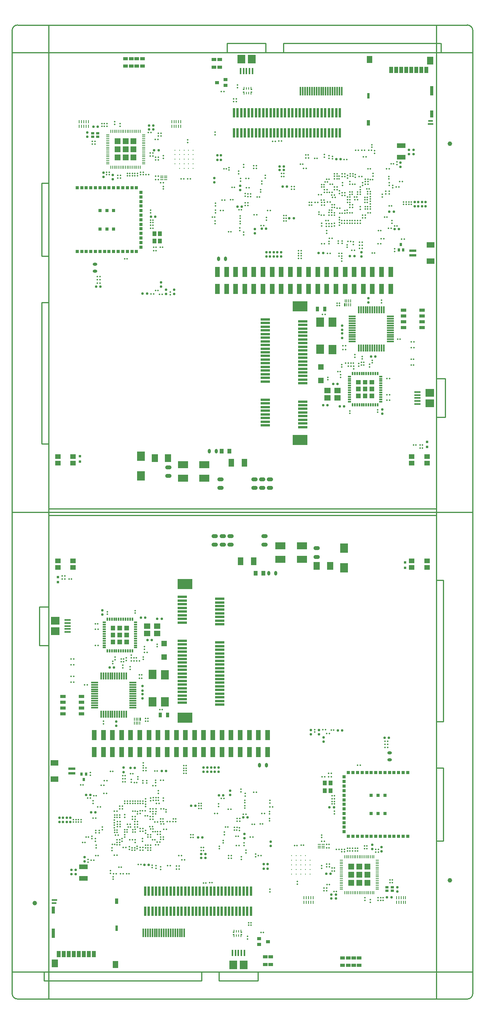
<source format=gbr>
*
%FSLAX45Y45*%
%MOMM*%
G04 A1 - i274x.macro30.d30+1 *
%AMA1gtp_lev.gbr*
4,1,6,
-0.203200,-0.304800,
-0.203200,0.304800,
0.000000,0.304800,
0.000000,-0.101600,
0.203200,-0.101600,
0.203200,-0.304800,
-0.203200,-0.304800,
0.0000*
%
G04 A2 - i274x.macro31.d31+1 *
%AMA2gtp_lev.gbr*
4,1,6,
0.203200,-0.304800,
-0.203200,-0.304800,
-0.203200,-0.101600,
0.000000,-0.101600,
0.000000,0.304800,
0.203200,0.304800,
0.203200,-0.304800,
0.0000*
%
G04 A3 - i274x.macro27.d27+1 *
%AMA3gtp_lev.gbr*
4,1,6,
0.203200,0.304800,
0.203200,-0.304800,
0.000000,-0.304800,
0.000000,0.101600,
-0.203200,0.101600,
-0.203200,0.304800,
0.203200,0.304800,
0.0000*
%
G04 A4 - i274x.macro29.d29+1 *
%AMA4gtp_lev.gbr*
4,1,6,
-0.203200,0.304800,
0.203200,0.304800,
0.203200,0.101600,
0.000000,0.101600,
0.000000,-0.304800,
-0.203200,-0.304800,
-0.203200,0.304800,
0.0000*
%
G04 A5 - i274x.macro30.d30+1 180 *
%AMA5gtp_lev.gbr*
4,1,6,
0.203200,0.304800,
0.203200,-0.304800,
0.000000,-0.304800,
0.000000,0.101600,
-0.203200,0.101600,
-0.203200,0.304800,
0.203200,0.304800,
0.0000*
%
G04 A6 - i274x.macro31.d31+1 180 *
%AMA6gtp_lev.gbr*
4,1,6,
-0.203200,0.304800,
0.203200,0.304800,
0.203200,0.101600,
0.000000,0.101600,
0.000000,-0.304800,
-0.203200,-0.304800,
-0.203200,0.304800,
0.0000*
%
G04 A7 - i274x.macro27.d27+1 180 *
%AMA7gtp_lev.gbr*
4,1,6,
-0.203200,-0.304800,
-0.203200,0.304800,
0.000000,0.304800,
0.000000,-0.101600,
0.203200,-0.101600,
0.203200,-0.304800,
-0.203200,-0.304800,
0.0000*
%
G04 A8 - i274x.macro29.d29+1 180 *
%AMA8gtp_lev.gbr*
4,1,6,
0.203200,-0.304800,
-0.203200,-0.304800,
-0.203200,-0.101600,
0.000000,-0.101600,
0.000000,0.304800,
0.203200,0.304800,
0.203200,-0.304800,
0.0000*
%
%ADD10R,0.762000X0.304800*%
%ADD11R,0.304800X0.762000*%
%ADD12O,0.812800X0.228600*%
%ADD13A1gtp_lev.gbr*%
%ADD14R,1.524000X0.304800*%
%ADD15O,0.228600X0.812800*%
%ADD16R,0.660400X1.599945*%
%ADD17R,1.143000X1.041400*%
%ADD18R,0.304800X1.524000*%
%ADD19A2gtp_lev.gbr*%
%ADD20R,2.209800X1.498600*%
%ADD21R,0.660400X2.133600*%
%ADD22R,1.778000X2.082800*%
%ADD23R,1.270000X0.762000*%
%ADD24R,0.762000X0.762000*%
%ADD25R,0.649985X0.549910*%
%ADD26R,0.400050X1.350000*%
%ADD27R,1.346200X1.803400*%
%ADD28O,1.422400X0.889000*%
%ADD29R,0.914400X1.016000*%
%ADD30R,3.200400X2.311400*%
%ADD31R,1.800097X1.899920*%
%ADD32R,1.117600X2.260600*%
%ADD33R,2.006600X0.609600*%
%ADD34R,1.422400X1.168400*%
%ADD35R,1.498600X0.609600*%
%ADD36R,0.812800X1.397000*%
%ADD37O,0.508000X0.609600*%
%ADD38R,1.350000X0.400050*%
%ADD39R,1.905000X1.092200*%
%ADD40R,1.803400X1.193800*%
%ADD41R,0.660400X1.295400*%
%ADD42O,0.609600X0.508000*%
%ADD43R,0.203200X0.711200*%
%ADD44R,0.228600X0.660400*%
%ADD45R,1.899920X1.800097*%
%ADD46R,0.599947X1.150112*%
%ADD47R,0.863600X0.990600*%
%ADD48R,0.889000X0.711200*%
%ADD49R,0.330200X0.660400*%
%ADD50A3gtp_lev.gbr*%
%ADD51C,0.127000*%
%ADD52R,1.160017X1.500125*%
%ADD53R,1.193800X1.803400*%
%ADD54R,0.508000X2.006600*%
%ADD55R,0.508000X0.660400*%
%ADD56R,0.508000X0.609600*%
%ADD57R,0.203200X0.499872*%
%ADD58R,1.701800X2.108200*%
%ADD59R,1.447800X1.803400*%
%ADD60R,1.143000X0.457200*%
%ADD61O,0.609600X1.016000*%
%ADD62A4gtp_lev.gbr*%
%ADD63R,1.270000X1.219200*%
%ADD64R,1.092200X0.457200*%
%ADD65R,0.787400X0.990600*%
%ADD66O,1.016000X0.609600*%
%ADD67R,0.990600X0.787400*%
%ADD68O,0.381000X0.355600*%
%ADD69C,0.330200*%
%ADD70O,0.355600X0.381000*%
%ADD71R,0.635000X0.152400*%
%ADD72R,0.299975X1.899920*%
%ADD73A5gtp_lev.gbr*%
%ADD74A6gtp_lev.gbr*%
%ADD75A7gtp_lev.gbr*%
%ADD76A8gtp_lev.gbr*%
%ADD77C,0.254000*%
%ADD78C,1.000000*%
%IPPOS*%
%LNgtp_lev.gbr*%
%LPD*%
%SRX1Y1I0J0*%
G01*
G75*
G36*
X002561159Y008179130D02*
Y008079131D01*
X002461159D01*
Y008179130D01*
X002561159D01*
G37*
G36*
Y008029118D02*
Y007929144D01*
X002461159D01*
Y008029118D01*
X002561159D01*
G37*
G36*
Y007879131D02*
Y007779131D01*
X002461159D01*
Y007879131D01*
X002561159D01*
G37*
G36*
X002411147D02*
Y007779131D01*
X002311172D01*
Y007879131D01*
X002411147D01*
G37*
G36*
Y008029118D02*
Y007929144D01*
X002311172D01*
Y008029118D01*
X002411147D01*
G37*
G36*
Y008179130D02*
Y008079131D01*
X002311172D01*
Y008179130D01*
X002411147D01*
G37*
G36*
X002261159D02*
Y008079131D01*
X002161160D01*
Y008179130D01*
X002261159D01*
G37*
G36*
Y008029118D02*
Y007929144D01*
X002161160D01*
Y008029118D01*
X002261159D01*
G37*
G36*
Y007879131D02*
Y007779131D01*
X002161160D01*
Y007879131D01*
X002261159D01*
G37*
G36*
X007727392Y002964383D02*
X007854392D01*
Y002837384D01*
X007727392D01*
Y002964383D01*
G37*
G36*
Y002787371D02*
X007854392D01*
Y002660371D01*
X007727392D01*
Y002787371D01*
G37*
G36*
Y002610358D02*
X007854392D01*
Y002483358D01*
X007727392D01*
Y002610358D01*
G37*
G36*
X007550379D02*
X007677379D01*
Y002483358D01*
X007550379D01*
Y002610358D01*
G37*
G36*
X007373367D02*
X007500367D01*
Y002483358D01*
X007373367D01*
Y002610358D01*
G37*
G36*
Y002787371D02*
X007500367D01*
Y002660371D01*
X007373367D01*
Y002787371D01*
G37*
G36*
Y002964383D02*
X007500367D01*
Y002837384D01*
X007373367D01*
Y002964383D01*
G37*
G36*
X007550379D02*
X007677379D01*
Y002837384D01*
X007550379D01*
Y002964383D01*
G37*
G36*
Y002787371D02*
X007677379D01*
Y002660371D01*
X007550379D01*
Y002787371D01*
G37*
G54D10*
X002705101Y008254137D03*
Y008204124D03*
Y008154137D03*
Y008104124D03*
Y008054137D03*
Y008004124D03*
Y007954137D03*
Y007904125D03*
Y007854137D03*
Y007804125D03*
Y007754138D03*
Y007704125D03*
X002017218D03*
Y007754138D03*
Y007804125D03*
Y007854137D03*
Y007904125D03*
Y007954137D03*
Y008004124D03*
Y008054137D03*
Y008104124D03*
Y008154137D03*
Y008204124D03*
Y008254137D03*
G54D11*
X002636165Y007635190D03*
X002586153D03*
X002536165D03*
X002486153D03*
X002436166D03*
X002386153D03*
X002336166D03*
X002286153D03*
X002236166D03*
X002186153D03*
X002136166D03*
X002086154D03*
Y008323072D03*
X002136166D03*
X002186153D03*
X002236166D03*
X002286153D03*
X002336166D03*
X002386153D03*
X002436166D03*
X002486153D03*
X002536165D03*
X002586153D03*
X002636165D03*
G54D12*
X008006258Y003043860D03*
Y003003881D03*
Y002963875D03*
Y002923871D03*
Y002883866D03*
Y002843860D03*
Y002803881D03*
Y002763876D03*
Y002723871D03*
Y002683866D03*
Y002643861D03*
Y002603881D03*
Y002563876D03*
Y002523871D03*
Y002483866D03*
Y002443861D03*
Y002403882D03*
X007218960D03*
Y002443861D03*
Y002483866D03*
Y002523871D03*
Y002563876D03*
Y002603881D03*
Y002643861D03*
Y002683866D03*
Y002723871D03*
Y002763876D03*
Y002803881D03*
Y002843860D03*
Y002883866D03*
Y002923871D03*
Y002963875D03*
Y003003881D03*
Y003043860D03*
G54D13*
X005025975Y001488618D03*
G54D14*
X002646909Y006938620D03*
Y006888582D03*
Y006838544D03*
Y006788506D03*
Y006738468D03*
Y006688430D03*
Y006638392D03*
Y006588354D03*
Y006538316D03*
Y006488278D03*
Y006438240D03*
Y006388202D03*
X001806169D03*
Y006438240D03*
Y006488278D03*
Y006538316D03*
Y006588354D03*
Y006638392D03*
Y006688430D03*
Y006738468D03*
Y006788506D03*
Y006838544D03*
Y006888582D03*
Y006938620D03*
G54D15*
X007933869Y002331492D03*
X007893889D03*
X007853884D03*
X007813879D03*
X007773874D03*
X007733869D03*
X007693889D03*
X007653884D03*
X007613879D03*
X007573874D03*
X007533869D03*
X007493890D03*
X007453885D03*
X007413880D03*
X007373875D03*
X007333870D03*
X007293890D03*
Y003116250D03*
X007333870D03*
X007373875D03*
X007413880D03*
X007453885D03*
X007493890D03*
X007533869D03*
X007573874D03*
X007613879D03*
X007653884D03*
X007693889D03*
X007733869D03*
X007773874D03*
X007813879D03*
X007853884D03*
X007893889D03*
X007933869D03*
G54D16*
X000900024Y001950289D03*
G54D17*
X001337539Y009461221D03*
X001002259D03*
X001337539Y009606001D03*
X001002259D03*
X008761959D03*
X009097239D03*
X008761959Y009461221D03*
X009097239D03*
G54D18*
X002501748Y006243041D03*
X002451710D03*
X002401672D03*
X002351634D03*
X002301596D03*
X002251558D03*
X002201520D03*
X002151482D03*
X002101444D03*
X002051406D03*
X002001368D03*
X001951330D03*
Y007083781D03*
X002001368D03*
X002051406D03*
X002101444D03*
X002151482D03*
X002201520D03*
X002251558D03*
X002301596D03*
X002351634D03*
X002401672D03*
X002451710D03*
X002501748D03*
G54D19*
X004856608Y001488618D03*
G54D20*
X006352820Y009935083D03*
Y009635059D03*
X005882819D03*
Y009935083D03*
G54D21*
X000900024Y001442289D03*
G54D22*
X007278574Y009885731D03*
Y009448851D03*
G54D23*
X001522223Y006249391D03*
Y006376391D03*
Y006503391D03*
Y006630391D03*
X001112216D03*
Y006503391D03*
Y006376391D03*
Y006249391D03*
G54D24*
X008174635Y004067582D03*
X008024648D03*
X007874661D03*
Y004468902D03*
X008024648D03*
X008174635D03*
X008674253Y003567608D03*
X008574253D03*
X008474253D03*
X008374254D03*
X008274254D03*
X008174254D03*
X008074254D03*
X007974254D03*
X007874255D03*
X007774255D03*
X007674255D03*
X007574255D03*
X007474256D03*
X007374256D03*
X007274256Y003667608D03*
Y003767608D03*
Y003867607D03*
Y003967607D03*
Y004067607D03*
Y004167607D03*
Y004267607D03*
Y004367607D03*
Y004467581D03*
Y004567581D03*
Y004667581D03*
Y004767580D03*
Y004867580D03*
X007374256Y004967580D03*
X007474256D03*
X007574255D03*
X007674255D03*
X007774255D03*
X007874255D03*
X007974254D03*
X008074254D03*
X008174254D03*
X008274254D03*
X008374254D03*
X008474253D03*
X008574253D03*
X008674253D03*
G54D25*
X008332141Y002371040D03*
X008221498D03*
X008332141Y002451862D03*
X008221498Y002451837D03*
G54D26*
X004831944Y001013486D03*
X004896943D03*
X004961942D03*
X005026940D03*
X005091939D03*
G54D27*
X000935025Y000779298D03*
G54D28*
X004445229Y009959315D03*
Y010149307D03*
X004615409Y009959315D03*
Y010149307D03*
X005529809Y009959315D03*
Y010149307D03*
X004785589Y009959315D03*
Y010149307D03*
X006677889Y009692615D03*
Y009882607D03*
G54D29*
X006978879Y004733011D03*
Y004570451D03*
X006856959D03*
Y004733011D03*
G54D30*
X003789147Y009098687D03*
Y006168695D03*
G54D31*
X004846956Y000745998D03*
X005076953D03*
G54D32*
X001800023Y005412512D03*
X002000022D03*
X002200022D03*
X002400021D03*
X002600021D03*
X002800020D03*
X003000020D03*
X003200020D03*
X003400019D03*
X003600019D03*
X003800019D03*
X004000018D03*
X004200018D03*
X004400017D03*
X004600017D03*
X004800017D03*
X005000016D03*
X005200016D03*
X005400015D03*
X005600015D03*
X001800023Y005787517D03*
X002000022D03*
X002200022D03*
X002400021D03*
X002600021D03*
X002800020D03*
X003000020D03*
X003200020D03*
X003400019D03*
X003600019D03*
X003800019D03*
X004000018D03*
X004200018D03*
X004400017D03*
X004600017D03*
X004800017D03*
X005000016D03*
X005200016D03*
X005400015D03*
X005600015D03*
G54D33*
X003729153Y008813699D03*
Y008733689D03*
Y008653679D03*
Y008573694D03*
Y008493684D03*
Y008413700D03*
Y008333690D03*
Y008253680D03*
Y007853680D03*
Y007773696D03*
Y007693686D03*
Y007613701D03*
Y007533691D03*
Y007453681D03*
Y007373697D03*
Y007293687D03*
Y007213702D03*
Y007133692D03*
Y007053682D03*
Y006973697D03*
Y006893687D03*
Y006813703D03*
Y006733693D03*
Y006653683D03*
Y006573698D03*
Y006493688D03*
X004549166Y008773694D03*
Y008693684D03*
Y008613699D03*
Y008533689D03*
Y008453679D03*
Y008373695D03*
Y008293684D03*
Y008213700D03*
Y007813701D03*
Y007733691D03*
Y007653681D03*
Y007573696D03*
Y007493686D03*
Y007413701D03*
Y007333692D03*
Y007253681D03*
Y007173697D03*
Y007093687D03*
Y007013702D03*
Y006933692D03*
Y006853682D03*
Y006773698D03*
Y006693688D03*
Y006613703D03*
Y006533693D03*
Y006453683D03*
G54D34*
X003182367Y008173441D03*
X002962352D03*
X003182367Y008013421D03*
X002962352D03*
G54D35*
X001312546Y005050511D03*
Y004948911D03*
G54D36*
X001791514Y000984301D03*
X001681506D03*
X001571524D03*
X001461517D03*
X001351509D03*
X001241502D03*
X001131520D03*
X001021512D03*
G54D37*
X002917013Y008360131D03*
X002821306D03*
X006983553Y002744191D03*
X006887846D03*
X001731646Y004095471D03*
X001827353D03*
X002992349Y002941498D03*
X002896642D03*
X003377998Y005001921D03*
X003282290D03*
X004021913Y004235171D03*
X003926206D03*
X004169233Y003541751D03*
X004073526D03*
X001619886Y004473931D03*
X001715593D03*
X007002146Y002205711D03*
X007097853D03*
X001299820Y002740813D03*
X001395527D03*
X001299820Y002827173D03*
X001395527D03*
X004237813Y003175991D03*
X004142106D03*
X004237813Y003097251D03*
X004142106D03*
X005064126Y003978631D03*
X005159833D03*
X004628973Y004466311D03*
X004533266D03*
X008260741Y005730825D03*
X008165034D03*
X006958534Y004201744D03*
X007054241D03*
X003181986Y008332191D03*
X003277693D03*
X002966086Y007869911D03*
X003061793D03*
X007002146Y002286991D03*
X007097853D03*
X002135506Y007265391D03*
X002231213D03*
X008221346Y002231111D03*
X008317053D03*
X007239661Y005885765D03*
X007143954D03*
X002597354Y005062805D03*
X002693061D03*
G54D38*
X001212876Y008305064D03*
Y008240065D03*
Y008175067D03*
Y008110068D03*
Y008045069D03*
G54D39*
X001566165Y002646299D03*
Y002896286D03*
G54D40*
X000929387Y005179695D03*
Y004819726D03*
G54D41*
X002290014Y002144294D03*
G54D42*
X007895819Y003288157D03*
Y003383865D03*
X001585596Y003111272D03*
Y003015565D03*
X001980159Y008519744D03*
Y008424037D03*
X008096479Y003333064D03*
Y003237357D03*
X001197839Y003975685D03*
Y003879977D03*
X001035279Y003975685D03*
Y003879977D03*
X005096739Y003521837D03*
Y003617544D03*
X004779239Y004567505D03*
Y004471797D03*
X005520919Y002858897D03*
Y002954605D03*
X005668239Y003354197D03*
Y003449905D03*
X005602199Y002858897D03*
Y002954605D03*
X004522699Y005078045D03*
Y004982337D03*
X001114019Y003975685D03*
Y003879977D03*
X004443959Y005078045D03*
Y004982337D03*
X001276579Y003975685D03*
Y003879977D03*
X002284959Y006081344D03*
Y005985637D03*
X004200119Y005078045D03*
Y004982337D03*
X004283939Y005078045D03*
Y004982337D03*
X004365219Y005078045D03*
Y004982337D03*
X002861539Y006587617D03*
Y006683324D03*
Y006858584D03*
Y006762877D03*
X008449539Y002451684D03*
Y002355977D03*
X006724447Y005802351D03*
Y005898058D03*
X006831127Y005639791D03*
Y005735498D03*
X006549187Y005802351D03*
Y005898058D03*
X002444548Y004976851D03*
Y005072558D03*
G54D43*
X008428280Y002222653D03*
X008478292D03*
X008528279D03*
X008578267D03*
X008628279D03*
Y002117649D03*
X008578267D03*
X008528279D03*
X008478292D03*
X008428280D03*
X006401359Y002222653D03*
X006451372D03*
X006501359D03*
X006551347D03*
X006601359D03*
Y002117649D03*
X006551347D03*
X006501359D03*
X006451372D03*
X006401359D03*
G54D44*
X002799614Y006044819D03*
X002759634D03*
X002719604D03*
X002679625D03*
Y006128842D03*
X002719604D03*
X002759634D03*
G54D45*
X000945389Y008290052D03*
Y008060055D03*
G54D46*
X002292503Y001551813D03*
G54D47*
X005505755Y009337116D03*
X005340656D03*
G54D48*
X005417871Y001325423D03*
Y001195426D03*
X005607864Y001260424D03*
G54D49*
X002804694Y006128842D03*
G54D50*
X004856608Y001388644D03*
G54D51*
X000799999Y000599999D02*
Y010600005D01*
X009300008D01*
Y000599999D01*
X000799999D01*
G54D52*
X002264512Y000754304D03*
G54D53*
X005004639Y009594165D03*
X005294656D03*
G54D54*
X002915006Y001921917D03*
X002994991D03*
X003075001D03*
X003155011D03*
X003234996D03*
X003315005D03*
X003394990D03*
X003475000D03*
X003555010D03*
X003634995D03*
X003715005D03*
X003794989D03*
X003874999D03*
X003955009D03*
X004034994D03*
X004115004D03*
X004194989D03*
X004274998D03*
X004355009D03*
X004434993D03*
X004515003D03*
X004594988D03*
X004674998D03*
X004755008D03*
X004834992D03*
X004915002D03*
X004994987D03*
X005074997D03*
X005155007D03*
X005234992D03*
X002915006Y002362556D03*
X002994991D03*
X003075001D03*
X003155011D03*
X003234996D03*
X003315005D03*
X003394990D03*
X003475000D03*
X003555010D03*
X003634995D03*
X003715005D03*
X003794989D03*
X003874999D03*
X003955009D03*
X004034994D03*
X004115004D03*
X004194989D03*
X004274998D03*
X004355009D03*
X004434993D03*
X004515003D03*
X004594988D03*
X004674998D03*
X004755008D03*
X004834992D03*
X004915002D03*
X004994987D03*
X005074997D03*
X005155007D03*
X005234992D03*
G54D55*
X001573327Y004815307D03*
X001523340Y004929302D03*
X001623315D03*
G54D56*
X001003936Y009246692D03*
Y009134729D03*
X008614208Y009566326D03*
Y009454363D03*
G54D57*
X004916298Y001388644D03*
X004966285D03*
Y001488618D03*
X004916298D03*
G54D58*
X003350489Y007104228D03*
X003078709Y007113118D03*
Y006513424D03*
X003350489D03*
G54D59*
X006973850Y009490431D03*
X006679109D03*
G54D60*
X000925018Y002166798D03*
G54D61*
X005576799Y005126711D03*
X005424399D03*
X005778805Y009337116D03*
X005626405D03*
G54D62*
X005025975Y001388644D03*
G54D63*
X003333979Y007791374D03*
Y007496328D03*
G54D64*
X000922503Y002100809D03*
G54D65*
X003408223Y006228258D03*
X003244495D03*
G54D66*
X008278928Y005393005D03*
Y005240605D03*
G54D67*
X007489419Y000900735D03*
Y000737007D03*
X005673319Y000923595D03*
Y000759867D03*
X005551399Y000923595D03*
Y000759867D03*
X007611339Y000900735D03*
Y000737007D03*
X007245579Y000900735D03*
Y000737007D03*
X007367499Y000900735D03*
Y000737007D03*
G54D68*
X007725208Y003299994D03*
Y003355975D03*
X007781088Y003299994D03*
Y003355975D03*
X002528799Y004341902D03*
Y004285920D03*
X002584679Y004341902D03*
Y004285920D03*
X002696439Y008515122D03*
Y008459140D03*
X002086839Y008489722D03*
Y008433740D03*
X002000479Y006030900D03*
Y006086882D03*
X002427199Y007318782D03*
Y007262800D03*
X005099279Y004357142D03*
Y004301160D03*
X005645379Y004057320D03*
Y004113302D03*
X005023079Y003117622D03*
Y003061640D03*
X005652999Y004352062D03*
Y004296080D03*
X005642839Y003904920D03*
Y003960902D03*
X004545559Y003295320D03*
Y003351302D03*
X005111979Y004448480D03*
Y004504462D03*
X005099279Y004181780D03*
Y004237762D03*
X002630399Y003259760D03*
Y003315742D03*
X002686279Y003259760D03*
Y003315742D03*
X003092679Y004354500D03*
Y004410482D03*
X002925039Y004329100D03*
Y004385082D03*
Y004273322D03*
Y004217340D03*
X002869159Y004341902D03*
Y004285920D03*
X002302739Y004034562D03*
Y003978580D03*
X002411959Y003513862D03*
Y003457880D03*
X004527779Y004219880D03*
Y004275862D03*
X002808199Y004067480D03*
Y004123462D03*
X002874239Y005172482D03*
Y005116500D03*
X002470379Y003605302D03*
Y003549320D03*
X002244319Y003757600D03*
Y003813582D03*
Y003922802D03*
Y003866820D03*
X005089119Y003363900D03*
Y003419882D03*
X002693899Y003435020D03*
Y003491002D03*
X002302739Y003648380D03*
Y003704362D03*
X003316199Y003551962D03*
Y003495980D03*
X003090139Y004110660D03*
Y004166642D03*
X002470379Y004341902D03*
Y004285920D03*
X003209519Y004354500D03*
Y004410482D03*
X002698979Y004285920D03*
Y004341902D03*
X002643099Y004285920D03*
Y004341902D03*
X002754859Y004285920D03*
Y004341902D03*
X002574519Y003282620D03*
Y003338602D03*
X002246859Y003978580D03*
Y004034562D03*
X005129759Y003206420D03*
Y003262402D03*
X004649699Y003605200D03*
Y003661182D03*
X003250159Y003666262D03*
Y003610280D03*
X002930119Y003371622D03*
Y003315640D03*
X002358619Y003978580D03*
Y004034562D03*
X002808199Y003734842D03*
Y003678860D03*
X001515339Y003932962D03*
Y003876980D03*
X001401039Y003932962D03*
Y003876980D03*
X001456919Y003932962D03*
Y003876980D03*
X003034259Y004349420D03*
Y004405402D03*
X003151099Y004354500D03*
Y004410482D03*
X002810739Y004341902D03*
Y004285920D03*
X001664336Y003058389D03*
Y003002407D03*
X003151099Y004110660D03*
Y004166642D03*
X002643099Y003714522D03*
Y003658540D03*
X003034259Y003549320D03*
Y003605302D03*
X002866619Y003734842D03*
Y003678860D03*
X002752319Y004057320D03*
Y004113302D03*
X002467839Y003983660D03*
Y004039642D03*
X002698979Y003717062D03*
Y003661080D03*
X002978379Y003549320D03*
Y003605302D03*
X002925039Y003691662D03*
Y003635680D03*
X002858999Y003516402D03*
Y003460420D03*
X003191739Y003666262D03*
Y003610280D03*
X001345159Y003932962D03*
Y003876980D03*
X005020539Y004598442D03*
Y004542460D03*
X005343119Y003178582D03*
Y003122600D03*
X003374619Y004153942D03*
Y004097960D03*
X007519899Y003305582D03*
Y003249600D03*
X003971519Y003597682D03*
Y003541700D03*
X003913099Y003597682D03*
Y003541700D03*
X003260319Y003495980D03*
Y003551962D03*
X008022819Y002165020D03*
Y002221002D03*
X008027899Y003280182D03*
Y003224200D03*
X007575779Y003305582D03*
Y003249600D03*
X007408139Y003305582D03*
Y003249600D03*
X007464019Y003305582D03*
Y003249600D03*
X007352259Y003305582D03*
Y003249600D03*
X008078699Y002165020D03*
Y002221002D03*
X007733259Y002165020D03*
Y002221002D03*
X007852639Y002121840D03*
Y002177822D03*
X003031719Y004113200D03*
Y004169182D03*
X008134579Y002165020D03*
Y002221002D03*
X007969479Y003280182D03*
Y003224200D03*
X002246859Y003704362D03*
Y003648380D03*
X002742159Y003295320D03*
Y003351302D03*
X006635548Y005852694D03*
Y005908675D03*
X002952548Y004788942D03*
Y004732960D03*
X002500428Y007475855D03*
Y007419874D03*
X001715567Y004963795D03*
Y004907814D03*
X002185899Y003313202D03*
Y003257220D03*
X007062268Y004117975D03*
Y004061994D03*
X003316199Y004402862D03*
Y004346880D03*
X001753261Y003569767D03*
Y003513786D03*
X002901341Y007666686D03*
Y007722667D03*
X003204439Y004509440D03*
Y004565422D03*
X003148559Y004796562D03*
Y004740580D03*
X002932659Y005063262D03*
Y005007280D03*
X003181579Y007778522D03*
Y007722540D03*
X002155419Y002810282D03*
Y002754300D03*
X005652136Y002348459D03*
Y002404440D03*
X002871699Y007443140D03*
Y007499122D03*
X001832408Y003698875D03*
Y003642894D03*
X001906067Y003698875D03*
Y003642894D03*
X001840028Y003317774D03*
Y003373755D03*
X001979728Y003711474D03*
Y003767455D03*
X002444979Y007450862D03*
Y007394880D03*
X002389099Y007450862D03*
Y007394880D03*
X002259559Y007494042D03*
Y007438060D03*
X002203679Y007405142D03*
Y007349160D03*
X004987519Y003752622D03*
Y003696640D03*
X004931639Y003899840D03*
Y003955822D03*
X004990059Y003899840D03*
Y003955822D03*
X002587219Y007227240D03*
Y007283222D03*
X007227799Y003226740D03*
Y003282722D03*
X007286219Y003226740D03*
Y003282722D03*
X002874239Y005063262D03*
Y005007280D03*
X004624299Y003422320D03*
Y003478302D03*
X002215947Y002680335D03*
Y002624354D03*
X001829461Y003457905D03*
Y003513887D03*
X002615159Y004811802D03*
Y004755820D03*
X002864079Y004788942D03*
Y004732960D03*
X002610079Y007534682D03*
Y007478700D03*
X002757399Y004872762D03*
Y004816780D03*
X005162348Y001374775D03*
Y001318794D03*
X006252008Y002517267D03*
Y002573249D03*
X006788354Y002867787D03*
Y002923769D03*
X006782868Y003538754D03*
Y003594735D03*
X001771448Y004288054D03*
Y004344035D03*
X003071928Y002878354D03*
Y002934335D03*
X003150668Y002868194D03*
Y002924175D03*
X003257347Y002840254D03*
Y002896235D03*
G54D69*
X006330036Y002941701D03*
X006230037D03*
X006130037D03*
X006430036D03*
X006530036D03*
X006130037Y002841701D03*
X006230037D03*
X006330036D03*
X006530036D03*
X006430036D03*
X006130037Y002741702D03*
X006230037D03*
X006330036D03*
X006530036D03*
X006430036D03*
X006130037Y003041701D03*
X006230037D03*
X006330036D03*
X006530036D03*
X006430036D03*
X006130037Y003141701D03*
X006230037D03*
X006330036D03*
X006430036D03*
G54D70*
X006798057Y004869765D03*
X006854038D03*
X001156412Y009273693D03*
X001100430D03*
X001822629Y008220431D03*
X001878610D03*
X001825168Y007753071D03*
X001881150D03*
X001825168Y008108671D03*
X001881150D03*
X002843810Y007029171D03*
X002787829D03*
X001591489Y006889471D03*
X001647470D03*
X002978430Y006152871D03*
X002922449D03*
X002978430Y006094451D03*
X002922449D03*
X003819170Y005116551D03*
X003763188D03*
X003819170Y004946371D03*
X003763188D03*
X004675049Y003767811D03*
X004731030D03*
X002523770Y003658591D03*
X002467789D03*
X004802150Y003142971D03*
X004746169D03*
X005315230Y003831311D03*
X005259249D03*
X005299889Y004529811D03*
X005355870D03*
X003034310Y003371571D03*
X002978329D03*
X003034310Y003315691D03*
X002978329D03*
X002917470Y004123411D03*
X002861488D03*
X008230718Y005586045D03*
X008174737D03*
X005655488Y004212311D03*
X005711470D03*
X004906189Y003564611D03*
X004962170D03*
X005279670Y003554451D03*
X005223688D03*
X002356130Y003490951D03*
X002300149D03*
X004146830Y004176751D03*
X004090849D03*
X008230718Y005517465D03*
X008174737D03*
X007011848Y004331691D03*
X007067830D03*
X007011848Y004387571D03*
X007067830D03*
X001776477Y003965524D03*
X001832458D03*
X004873169Y003765271D03*
X004929150D03*
X002310308Y003889731D03*
X002366290D03*
X004738549Y004161511D03*
X004794530D03*
X002808123Y003325013D03*
X002864105D03*
X002356130Y003435071D03*
X002300149D03*
X003127350Y005002276D03*
X003183332D03*
X004146830Y004291051D03*
X004090849D03*
X002643049Y004115791D03*
X002699030D03*
X002300250D03*
X002244269D03*
X002358569Y004169131D03*
X002414550D03*
X002808123Y003261513D03*
X002864105D03*
X002310308Y003831311D03*
X002366290D03*
X004146830Y004235171D03*
X004090849D03*
X002523770Y003714471D03*
X002467789D03*
X003819170Y005060671D03*
X003763188D03*
X003455950Y003889731D03*
X003399968D03*
X005439588Y003836391D03*
X005495570D03*
X005457470Y003148051D03*
X005401489D03*
X003265348Y003836391D03*
X003321330D03*
X003184068Y003442691D03*
X003240050D03*
X002490750Y003320771D03*
X002434769D03*
X002414550Y004227551D03*
X002358569D03*
X003186710Y003882111D03*
X003130729D03*
X004197630Y003254731D03*
X004141648D03*
X002366290Y003775431D03*
X002310308D03*
X003140990Y003666211D03*
X003085009D03*
X003819170Y005004791D03*
X003763188D03*
X004916349Y003366491D03*
X004972330D03*
X002528749Y003828771D03*
X002584730D03*
X001660068Y004405351D03*
X001716050D03*
X008230718Y005654625D03*
X008174737D03*
X007011848Y004275811D03*
X007067830D03*
X002764943Y002951633D03*
X002820925D03*
X002541449Y003770351D03*
X002597430D03*
X002300149Y003379191D03*
X002356130D03*
X003031669Y003998951D03*
X003087650D03*
X002970810Y004014191D03*
X002914829D03*
X002638070Y003493491D03*
X002582089D03*
X002693950Y003998951D03*
X002637969D03*
X003031669Y003943071D03*
X003087650D03*
X003018968Y003780511D03*
X003074950D03*
X003034208Y003724631D03*
X003090190D03*
X003090089Y004057371D03*
X003146070D03*
X002691309Y003887191D03*
X002747290D03*
X002693950Y003943071D03*
X002637969D03*
X003074849Y003493491D03*
X003130830D03*
X002747290Y003772891D03*
X002691309D03*
X004197630Y003318231D03*
X004141648D03*
X003311170Y003948151D03*
X003255189D03*
X004642130Y004400271D03*
X004586148D03*
X005071289Y004047211D03*
X005127270D03*
X004746169Y003087091D03*
X004802150D03*
X003222270Y004283431D03*
X003166289D03*
X003311170Y003892271D03*
X003255189D03*
X003321330Y004166591D03*
X003265348D03*
X003379750Y003717011D03*
X003323769D03*
X003588030Y003945611D03*
X003532049D03*
X002747290Y003828771D03*
X002691309D03*
X003585490Y003887191D03*
X003529509D03*
X007055028Y002358111D03*
X007111010D03*
X003034310Y003259811D03*
X002978329D03*
X003204490Y003381731D03*
X003148509D03*
X007108368Y003282671D03*
X007164350D03*
X006996177Y005895925D03*
X007052158D03*
X006869278Y005903545D03*
X006813297D03*
X006955638Y005819725D03*
X006899657D03*
X006950558Y003391485D03*
X006894577D03*
X002670963Y007475805D03*
X002726945D03*
X002020317Y004791025D03*
X002076298D03*
X006897549Y002955011D03*
X006953530D03*
X006897549Y002899131D03*
X006953530D03*
X001558138Y004694505D03*
X001502157D03*
X001792225Y003045613D03*
X001736243D03*
X002249780Y003393009D03*
X002193799D03*
X006998818Y004951045D03*
X006942837D03*
X006998818Y004869765D03*
X006942837D03*
X007067830Y004453611D03*
X007011848D03*
X007576567Y005126050D03*
X007632548D03*
X006839129Y002373351D03*
X006895110D03*
X006839129Y002429231D03*
X006895110D03*
X002071218Y004506545D03*
X002015237D03*
X003236570Y006347613D03*
X003292552D03*
X003143530Y004677131D03*
X003087548D03*
X002787829Y007110451D03*
X002843810D03*
X001302030Y009202598D03*
X001246048D03*
X002959812Y007600696D03*
X002903830D03*
X002325650Y003595091D03*
X002269669D03*
X002279498Y002748865D03*
X002223517D03*
X002375917Y002743785D03*
X002431898D03*
X005531130Y004070071D03*
X005475148D03*
X001291769Y007069811D03*
X001347750D03*
X001291769Y006942811D03*
X001347750D03*
X002671065Y007414413D03*
X002615083D03*
X006958610Y002510511D03*
X006902628D03*
X001350290Y007323811D03*
X001294309D03*
X004926610Y003699231D03*
X004870629D03*
X001619428Y003546831D03*
X001675410D03*
X001294309Y007450811D03*
X001350290D03*
X001832788Y003148051D03*
X001888770D03*
X007014389Y002805151D03*
X007070370D03*
X007014389Y002873731D03*
X007070370D03*
X003313685Y004795673D03*
X003257703D03*
X001156412Y009202573D03*
X001100430D03*
X008284389Y002551151D03*
X008340370D03*
X008284389Y002607031D03*
X008340370D03*
X005185589Y001674851D03*
X005241570D03*
X004329177Y002548205D03*
X004385158D03*
X004194557Y002545665D03*
X004250538D03*
X004441369Y004067531D03*
X004497350D03*
X005454397Y001456005D03*
X005510378D03*
X002507997Y002743785D03*
X002563978D03*
X005185589Y001618971D03*
X005241570D03*
X002424177Y004829125D03*
X002480158D03*
X002396770Y002888971D03*
X002340788D03*
X002151889Y004993463D03*
X002207870D03*
X001878077Y004214445D03*
X001934058D03*
X002787092Y007414413D03*
X002731110D03*
X002480158Y004763084D03*
X002424177D03*
X006190997Y003368625D03*
X006246978D03*
X006787897Y003457524D03*
X006843878D03*
X006894577Y003315285D03*
X006950558D03*
X006392774Y003368878D03*
X006336793D03*
X001598778Y003432124D03*
X001542797D03*
X001845158Y004458285D03*
X001789177D03*
X001951737Y004681805D03*
X002007718D03*
X002480158Y004895165D03*
X002424177D03*
X002650338Y004940885D03*
X002594357D03*
X002243837Y003151708D03*
X002299818D03*
X003468218Y002921584D03*
X003412237D03*
X003660496Y002914980D03*
X003604515D03*
X003780638Y003048584D03*
X003724657D03*
X003709518Y003142565D03*
X003653537D03*
X003661258Y002847163D03*
X003605277D03*
X002677770Y004745736D03*
X002733752D03*
G54D71*
X006733998Y003385846D03*
Y003350844D03*
Y003315843D03*
X006816497D03*
Y003350844D03*
Y003385846D03*
G54D72*
X003775787Y001447064D03*
X003325775D03*
X003275788D03*
X003225775D03*
X003175788D03*
X003125775D03*
X003075788D03*
X003025776D03*
X002975789D03*
X002925776D03*
X002875789D03*
X003725774D03*
X003675787D03*
X003625775D03*
X003575787D03*
X003525775D03*
X003475788D03*
X003425775D03*
X003375788D03*
G36*
X007538848Y013170880D02*
Y013270879D01*
X007638848D01*
Y013170880D01*
X007538848D01*
G37*
G36*
Y013320892D02*
Y013420866D01*
X007638848D01*
Y013320892D01*
X007538848D01*
G37*
G36*
Y013470879D02*
Y013570879D01*
X007638848D01*
Y013470879D01*
X007538848D01*
G37*
G36*
X007688861D02*
Y013570879D01*
X007788835D01*
Y013470879D01*
X007688861D01*
G37*
G36*
Y013320892D02*
Y013420866D01*
X007788835D01*
Y013320892D01*
X007688861D01*
G37*
G36*
Y013170880D02*
Y013270879D01*
X007788835D01*
Y013170880D01*
X007688861D01*
G37*
G36*
X007838848D02*
Y013270879D01*
X007938847D01*
Y013170880D01*
X007838848D01*
G37*
G36*
Y013320892D02*
Y013420866D01*
X007938847D01*
Y013320892D01*
X007838848D01*
G37*
G36*
Y013470879D02*
Y013570879D01*
X007938847D01*
Y013470879D01*
X007838848D01*
G37*
G36*
X002372615Y018385627D02*
X002245615D01*
Y018512627D01*
X002372615D01*
Y018385627D01*
G37*
G36*
Y018562639D02*
X002245615D01*
Y018689639D01*
X002372615D01*
Y018562639D01*
G37*
G36*
Y018739652D02*
X002245615D01*
Y018866652D01*
X002372615D01*
Y018739652D01*
G37*
G36*
X002549628D02*
X002422628D01*
Y018866652D01*
X002549628D01*
Y018739652D01*
G37*
G36*
X002726640D02*
X002599640D01*
Y018866652D01*
X002726640D01*
Y018739652D01*
G37*
G36*
Y018562639D02*
X002599640D01*
Y018689639D01*
X002726640D01*
Y018562639D01*
G37*
G36*
Y018385627D02*
X002599640D01*
Y018512627D01*
X002726640D01*
Y018385627D01*
G37*
G36*
X002549628D02*
X002422628D01*
Y018512627D01*
X002549628D01*
Y018385627D01*
G37*
G36*
Y018562639D02*
X002422628D01*
Y018689639D01*
X002549628D01*
Y018562639D01*
G37*
G54D10*
X007394906Y013095873D03*
G54D10*
Y013145886D03*
G54D10*
Y013195873D03*
G54D10*
Y013245886D03*
G54D10*
Y013295873D03*
G54D10*
Y013345885D03*
G54D10*
Y013395873D03*
G54D10*
Y013445885D03*
G54D10*
Y013495872D03*
G54D10*
Y013545885D03*
G54D10*
Y013595872D03*
G54D10*
Y013645885D03*
G54D10*
X008082789D03*
G54D10*
Y013595872D03*
G54D10*
Y013545885D03*
G54D10*
Y013495872D03*
G54D10*
Y013445885D03*
G54D10*
Y013395873D03*
G54D10*
Y013345885D03*
G54D10*
Y013295873D03*
G54D10*
Y013245886D03*
G54D10*
Y013195873D03*
G54D10*
Y013145886D03*
G54D10*
Y013095873D03*
G54D11*
X007463842Y013714820D03*
G54D11*
X007513854D03*
G54D11*
X007563842D03*
G54D11*
X007613854D03*
G54D11*
X007663841D03*
G54D11*
X007713854D03*
G54D11*
X007763841D03*
G54D11*
X007813854D03*
G54D11*
X007863841D03*
G54D11*
X007913854D03*
G54D11*
X007963841D03*
G54D11*
X008013853D03*
G54D11*
Y013026938D03*
G54D11*
X007963841D03*
G54D11*
X007913854D03*
G54D11*
X007863841D03*
G54D11*
X007813854D03*
G54D11*
X007763841D03*
G54D11*
X007713854D03*
G54D11*
X007663841D03*
G54D11*
X007613854D03*
G54D11*
X007563842D03*
G54D11*
X007513854D03*
G54D11*
X007463842D03*
G54D12*
X002093748Y018306150D03*
G54D12*
Y018346129D03*
G54D12*
Y018386134D03*
G54D12*
Y018426140D03*
G54D12*
Y018466145D03*
G54D12*
Y018506149D03*
G54D12*
Y018546129D03*
G54D12*
Y018586134D03*
G54D12*
Y018626139D03*
G54D12*
Y018666144D03*
G54D12*
Y018706149D03*
G54D12*
Y018746129D03*
G54D12*
Y018786134D03*
G54D12*
Y018826139D03*
G54D12*
Y018866144D03*
G54D12*
Y018906149D03*
G54D12*
Y018946128D03*
G54D12*
X002881047D03*
G54D12*
Y018906149D03*
G54D12*
Y018866144D03*
G54D12*
Y018826139D03*
G54D12*
Y018786134D03*
G54D12*
Y018746129D03*
G54D12*
Y018706149D03*
G54D12*
Y018666144D03*
G54D12*
Y018626139D03*
G54D12*
Y018586134D03*
G54D12*
Y018546129D03*
G54D12*
Y018506149D03*
G54D12*
Y018466145D03*
G54D12*
Y018426140D03*
G54D12*
Y018386134D03*
G54D12*
Y018346129D03*
G54D12*
Y018306150D03*
G54D73*
X005074032Y019861392D03*
G54D14*
X007453098Y014411390D03*
G54D14*
Y014461428D03*
G54D14*
Y014511466D03*
G54D14*
Y014561504D03*
G54D14*
Y014611542D03*
G54D14*
Y014661580D03*
G54D14*
Y014711618D03*
G54D14*
Y014761656D03*
G54D14*
Y014811694D03*
G54D14*
Y014861732D03*
G54D14*
Y014911770D03*
G54D14*
Y014961808D03*
G54D14*
X008293838D03*
G54D14*
Y014911770D03*
G54D14*
Y014861732D03*
G54D14*
Y014811694D03*
G54D14*
Y014761656D03*
G54D14*
Y014711618D03*
G54D14*
Y014661580D03*
G54D14*
Y014611542D03*
G54D14*
Y014561504D03*
G54D14*
Y014511466D03*
G54D14*
Y014461428D03*
G54D14*
Y014411390D03*
G54D15*
X002166139Y019018518D03*
G54D15*
X002206118D03*
G54D15*
X002246123D03*
G54D15*
X002286128D03*
G54D15*
X002326133D03*
G54D15*
X002366138D03*
G54D15*
X002406118D03*
G54D15*
X002446123D03*
G54D15*
X002486128D03*
G54D15*
X002526133D03*
G54D15*
X002566138D03*
G54D15*
X002606117D03*
G54D15*
X002646122D03*
G54D15*
X002686127D03*
G54D15*
X002726132D03*
G54D15*
X002766137D03*
G54D15*
X002806117D03*
G54D15*
Y018233760D03*
G54D15*
X002766137D03*
G54D15*
X002726132D03*
G54D15*
X002686127D03*
G54D15*
X002646122D03*
G54D15*
X002606117D03*
G54D15*
X002566138D03*
G54D15*
X002526133D03*
G54D15*
X002486128D03*
G54D15*
X002446123D03*
G54D15*
X002406118D03*
G54D15*
X002366138D03*
G54D15*
X002326133D03*
G54D15*
X002286128D03*
G54D15*
X002246123D03*
G54D15*
X002206118D03*
G54D15*
X002166139D03*
G54D16*
X009199983Y019399722D03*
G54D17*
X008762468Y011888789D03*
G54D17*
X009097748D03*
G54D17*
X008762468Y011744009D03*
G54D17*
X009097748D03*
G54D17*
X001338048D03*
G54D17*
X001002768D03*
G54D17*
X001338048Y011888789D03*
G54D17*
X001002768D03*
G54D18*
X007598259Y015106969D03*
G54D18*
X007648297D03*
G54D18*
X007698335D03*
G54D18*
X007748373D03*
G54D18*
X007798411D03*
G54D18*
X007848449D03*
G54D18*
X007898487D03*
G54D18*
X007948525D03*
G54D18*
X007998563D03*
G54D18*
X008048601D03*
G54D18*
X008098639D03*
G54D18*
X008148677D03*
G54D18*
Y014266229D03*
G54D18*
X008098639D03*
G54D18*
X008048601D03*
G54D18*
X007998563D03*
G54D18*
X007948525D03*
G54D18*
X007898487D03*
G54D18*
X007848449D03*
G54D18*
X007798411D03*
G54D18*
X007748373D03*
G54D18*
X007698335D03*
G54D18*
X007648297D03*
G54D18*
X007598259D03*
G54D74*
X005243399Y019861392D03*
G54D20*
X003747187Y011414927D03*
G54D20*
Y011714952D03*
G54D20*
X004217189D03*
G54D20*
Y011414927D03*
G54D21*
X009199983Y019907722D03*
G54D22*
X002821433Y011464279D03*
G54D22*
Y011901159D03*
G54D23*
X008577784Y015100619D03*
G54D23*
Y014973619D03*
G54D23*
Y014846619D03*
G54D23*
Y014719619D03*
G54D23*
X008987791D03*
G54D23*
Y014846619D03*
G54D23*
Y014973619D03*
G54D23*
Y015100619D03*
G54D24*
X001925372Y017282428D03*
G54D24*
X002075359D03*
G54D24*
X002225346D03*
G54D24*
Y016881108D03*
G54D24*
X002075359D03*
G54D24*
X001925372D03*
G54D24*
X001425754Y017782402D03*
G54D24*
X001525754D03*
G54D24*
X001625753D03*
G54D24*
X001725753D03*
G54D24*
X001825753D03*
G54D24*
X001925753D03*
G54D24*
X002025753D03*
G54D24*
X002125752D03*
G54D24*
X002225752D03*
G54D24*
X002325752D03*
G54D24*
X002425752D03*
G54D24*
X002525752D03*
G54D24*
X002625752D03*
G54D24*
X002725751D03*
G54D24*
X002825751Y017682402D03*
G54D24*
Y017582402D03*
G54D24*
Y017482403D03*
G54D24*
Y017382403D03*
G54D24*
Y017282403D03*
G54D24*
Y017182403D03*
G54D24*
Y017082403D03*
G54D24*
Y016982403D03*
G54D24*
Y016882429D03*
G54D24*
Y016782429D03*
G54D24*
Y016682429D03*
G54D24*
Y016582430D03*
G54D24*
Y016482430D03*
G54D24*
X002725751Y016382430D03*
G54D24*
X002625752D03*
G54D24*
X002525752D03*
G54D24*
X002425752D03*
G54D24*
X002325752D03*
G54D24*
X002225752D03*
G54D24*
X002125752D03*
G54D24*
X002025753D03*
G54D24*
X001925753D03*
G54D24*
X001825753D03*
G54D24*
X001725753D03*
G54D24*
X001625753D03*
G54D24*
X001525754D03*
G54D24*
X001425754D03*
G54D25*
X001767866Y018978971D03*
G54D25*
X001878509D03*
G54D25*
X001767866Y018898148D03*
G54D25*
X001878509Y018898173D03*
G54D26*
X005268063Y020336524D03*
G54D26*
X005203064D03*
G54D26*
X005138065D03*
G54D26*
X005073067D03*
G54D26*
X005008068D03*
G54D27*
X009164982Y020570712D03*
G54D28*
X005654778Y011390695D03*
G54D28*
Y011200703D03*
G54D28*
X005484598Y011390695D03*
G54D28*
Y011200703D03*
G54D28*
X004570198Y011390695D03*
G54D28*
Y011200703D03*
G54D28*
X005314418Y011390695D03*
G54D28*
Y011200703D03*
G54D28*
X003422118Y011657395D03*
G54D28*
Y011467403D03*
G54D29*
X003121128Y016616999D03*
G54D29*
Y016779559D03*
G54D29*
X003243048D03*
G54D29*
Y016616999D03*
G54D30*
X006310860Y012251323D03*
G54D30*
Y015181315D03*
G54D31*
X005253051Y020604012D03*
G54D31*
X005023054D03*
G54D32*
X008299984Y015937498D03*
G54D32*
X008099985D03*
G54D32*
X007899985D03*
G54D32*
X007699986D03*
G54D32*
X007499986D03*
G54D32*
X007299986D03*
G54D32*
X007099987D03*
G54D32*
X006899987D03*
G54D32*
X006699988D03*
G54D32*
X006499988D03*
G54D32*
X006299988D03*
G54D32*
X006099989D03*
G54D32*
X005899989D03*
G54D32*
X005699990D03*
G54D32*
X005499990D03*
G54D32*
X005299991D03*
G54D32*
X005099991D03*
G54D32*
X004899991D03*
G54D32*
X004699992D03*
G54D32*
X004499992D03*
G54D32*
X008299984Y015562493D03*
G54D32*
X008099985D03*
G54D32*
X007899985D03*
G54D32*
X007699986D03*
G54D32*
X007499986D03*
G54D32*
X007299986D03*
G54D32*
X007099987D03*
G54D32*
X006899987D03*
G54D32*
X006699988D03*
G54D32*
X006499988D03*
G54D32*
X006299988D03*
G54D32*
X006099989D03*
G54D32*
X005899989D03*
G54D32*
X005699990D03*
G54D32*
X005499990D03*
G54D32*
X005299991D03*
G54D32*
X005099991D03*
G54D32*
X004899991D03*
G54D32*
X004699992D03*
G54D32*
X004499992D03*
G54D33*
X006370855Y012536311D03*
G54D33*
Y012616321D03*
G54D33*
Y012696331D03*
G54D33*
Y012776316D03*
G54D33*
Y012856326D03*
G54D33*
Y012936310D03*
G54D33*
Y013016321D03*
G54D33*
Y013096331D03*
G54D33*
Y013496330D03*
G54D33*
Y013576314D03*
G54D33*
Y013656324D03*
G54D33*
Y013736309D03*
G54D33*
Y013816319D03*
G54D33*
Y013896329D03*
G54D33*
Y013976314D03*
G54D33*
Y014056324D03*
G54D33*
Y014136308D03*
G54D33*
Y014216318D03*
G54D33*
Y014296328D03*
G54D33*
Y014376313D03*
G54D33*
Y014456323D03*
G54D33*
Y014536307D03*
G54D33*
Y014616317D03*
G54D33*
Y014696327D03*
G54D33*
Y014776312D03*
G54D33*
Y014856322D03*
G54D33*
X005550841Y012576316D03*
G54D33*
Y012656326D03*
G54D33*
Y012736311D03*
G54D33*
Y012816321D03*
G54D33*
Y012896331D03*
G54D33*
Y012976316D03*
G54D33*
Y013056326D03*
G54D33*
Y013136310D03*
G54D33*
Y013536309D03*
G54D33*
Y013616319D03*
G54D33*
Y013696329D03*
G54D33*
Y013776314D03*
G54D33*
Y013856324D03*
G54D33*
Y013936308D03*
G54D33*
Y014016319D03*
G54D33*
Y014096329D03*
G54D33*
Y014176313D03*
G54D33*
Y014256323D03*
G54D33*
Y014336308D03*
G54D33*
Y014416318D03*
G54D33*
Y014496328D03*
G54D33*
Y014576312D03*
G54D33*
Y014656322D03*
G54D33*
Y014736307D03*
G54D33*
Y014816317D03*
G54D33*
Y014896327D03*
G54D34*
X006917640Y013176569D03*
G54D34*
X007137655D03*
G54D34*
X006917640Y013336589D03*
G54D34*
X007137655D03*
G54D35*
X008787461Y016299499D03*
G54D35*
Y016401099D03*
G54D36*
X008308494Y020365709D03*
G54D36*
X008418501D03*
G54D36*
X008528483D03*
G54D36*
X008638490D03*
G54D36*
X008748498D03*
G54D36*
X008858505D03*
G54D36*
X008968487D03*
G54D36*
X009078495D03*
G54D37*
X007182994Y012989879D03*
G54D37*
X007278701D03*
G54D37*
X003116454Y018605819D03*
G54D37*
X003212161D03*
G54D37*
X008368361Y017254539D03*
G54D37*
X008272654D03*
G54D37*
X007107658Y018408512D03*
G54D37*
X007203365D03*
G54D37*
X006722010Y016348089D03*
G54D37*
X006817717D03*
G54D37*
X006078094Y017114839D03*
G54D37*
X006173801D03*
G54D37*
X005930774Y017808259D03*
G54D37*
X006026481D03*
G54D37*
X008480121Y016876079D03*
G54D37*
X008384414D03*
G54D37*
X003097861Y019144299D03*
G54D37*
X003002154D03*
G54D37*
X008800187Y018609197D03*
G54D37*
X008704480D03*
G54D37*
X008800187Y018522837D03*
G54D37*
X008704480D03*
G54D37*
X005862194Y018174019D03*
G54D37*
X005957901D03*
G54D37*
X005862194Y018252759D03*
G54D37*
X005957901D03*
G54D37*
X005035881Y017371379D03*
G54D37*
X004940174D03*
G54D37*
X005471034Y016883699D03*
G54D37*
X005566741D03*
G54D37*
X001839266Y015619186D03*
G54D37*
X001934973D03*
G54D37*
X003141473Y017148266D03*
G54D37*
X003045766D03*
G54D37*
X006918021Y013017819D03*
G54D37*
X006822314D03*
G54D37*
X007133921Y013480099D03*
G54D37*
X007038214D03*
G54D37*
X003097861Y019063019D03*
G54D37*
X003002154D03*
G54D37*
X007964501Y014084619D03*
G54D37*
X007868794D03*
G54D37*
X001878661Y019118899D03*
G54D37*
X001782954D03*
G54D37*
X002860346Y015464245D03*
G54D37*
X002956053D03*
G54D37*
X007502653Y016287205D03*
G54D37*
X007406946D03*
G54D38*
X008887131Y013044946D03*
G54D38*
Y013109945D03*
G54D38*
Y013174944D03*
G54D38*
Y013239942D03*
G54D38*
Y013304941D03*
G54D39*
X008533842Y018703711D03*
G54D39*
Y018453724D03*
G54D40*
X009170620Y016170315D03*
G54D40*
Y016530283D03*
G54D41*
X007809993Y019205716D03*
G54D42*
X002204188Y018061853D03*
G54D42*
Y017966146D03*
G54D42*
X008514411Y018238738D03*
G54D42*
Y018334446D03*
G54D42*
X008119848Y012830265D03*
G54D42*
Y012925973D03*
G54D42*
X002003528Y018016946D03*
G54D42*
Y018112653D03*
G54D42*
X008902168Y017374325D03*
G54D42*
Y017470033D03*
G54D42*
X009064728Y017374325D03*
G54D42*
Y017470033D03*
G54D42*
X005003268Y017828173D03*
G54D42*
Y017732465D03*
G54D42*
X005320768Y016782506D03*
G54D42*
Y016878213D03*
G54D42*
X004579088Y018491113D03*
G54D42*
Y018395406D03*
G54D42*
X004431768Y017995813D03*
G54D42*
Y017900105D03*
G54D42*
X004497808Y018491113D03*
G54D42*
Y018395406D03*
G54D42*
X005577308Y016271965D03*
G54D42*
Y016367673D03*
G54D42*
X008985988Y017374325D03*
G54D42*
Y017470033D03*
G54D42*
X005656048Y016271965D03*
G54D42*
Y016367673D03*
G54D42*
X008823428Y017374325D03*
G54D42*
Y017470033D03*
G54D42*
X007815048Y015268666D03*
G54D42*
Y015364373D03*
G54D42*
X005899888Y016271965D03*
G54D42*
Y016367673D03*
G54D42*
X005816068Y016271965D03*
G54D42*
Y016367673D03*
G54D42*
X005734788Y016271965D03*
G54D42*
Y016367673D03*
G54D42*
X007238468Y014762393D03*
G54D42*
Y014666686D03*
G54D42*
Y014491426D03*
G54D42*
Y014587133D03*
G54D42*
X001650468Y018898326D03*
G54D42*
Y018994033D03*
G54D42*
X003375560Y015547659D03*
G54D42*
Y015451952D03*
G54D42*
X003268880Y015710219D03*
G54D42*
Y015614512D03*
G54D42*
X003550820Y015547659D03*
G54D42*
Y015451952D03*
G54D42*
X007655459Y016373159D03*
G54D42*
Y016277452D03*
G54D43*
X001671727Y019127357D03*
G54D43*
X001621715D03*
G54D43*
X001571728D03*
G54D43*
X001521740D03*
G54D43*
X001471728D03*
G54D43*
Y019232361D03*
G54D43*
X001521740D03*
G54D43*
X001571728D03*
G54D43*
X001621715D03*
G54D43*
X001671727D03*
G54D43*
X003698648Y019127357D03*
G54D43*
X003648635D03*
G54D43*
X003598648D03*
G54D43*
X003548660D03*
G54D43*
X003498648D03*
G54D43*
Y019232361D03*
G54D43*
X003548660D03*
G54D43*
X003598648D03*
G54D43*
X003648635D03*
G54D43*
X003698648D03*
G54D44*
X007300393Y015305191D03*
G54D44*
X007340372D03*
G54D44*
X007380403D03*
G54D44*
X007420382D03*
G54D44*
Y015221167D03*
G54D44*
X007380403D03*
G54D44*
X007340372D03*
G54D45*
X009154618Y013059958D03*
G54D45*
Y013289955D03*
G54D46*
X007807504Y019798197D03*
G54D47*
X004594252Y012012893D03*
G54D47*
X004759352D03*
G54D48*
X004682136Y020024587D03*
G54D48*
Y020154584D03*
G54D48*
X004492143Y020089586D03*
G54D49*
X007295313Y015221167D03*
G54D75*
X005243399Y019961366D03*
G54D51*
X009300008Y020750011D02*
Y010750006D01*
X000799999D01*
Y020750011D01*
X009300008D01*
G54D52*
X007835495Y020595706D03*
G54D53*
X005095368Y011755846D03*
G54D53*
X004805351D03*
G54D54*
X007185001Y019428093D03*
G54D54*
X007105016D03*
G54D54*
X007025006D03*
G54D54*
X006944996D03*
G54D54*
X006865012D03*
G54D54*
X006785002D03*
G54D54*
X006705017D03*
G54D54*
X006625007D03*
G54D54*
X006544997D03*
G54D54*
X006465012D03*
G54D54*
X006385002D03*
G54D54*
X006305018D03*
G54D54*
X006225008D03*
G54D54*
X006144998D03*
G54D54*
X006065013D03*
G54D54*
X005985003D03*
G54D54*
X005905019D03*
G54D54*
X005825009D03*
G54D54*
X005744998D03*
G54D54*
X005665014D03*
G54D54*
X005585004D03*
G54D54*
X005505019D03*
G54D54*
X005425009D03*
G54D54*
X005344999D03*
G54D54*
X005265015D03*
G54D54*
X005185005D03*
G54D54*
X005105020D03*
G54D54*
X005025010D03*
G54D54*
X004945000D03*
G54D54*
X004865016D03*
G54D54*
X007185001Y018987454D03*
G54D54*
X007105016D03*
G54D54*
X007025006D03*
G54D54*
X006944996D03*
G54D54*
X006865012D03*
G54D54*
X006785002D03*
G54D54*
X006705017D03*
G54D54*
X006625007D03*
G54D54*
X006544997D03*
G54D54*
X006465012D03*
G54D54*
X006385002D03*
G54D54*
X006305018D03*
G54D54*
X006225008D03*
G54D54*
X006144998D03*
G54D54*
X006065013D03*
G54D54*
X005985003D03*
G54D54*
X005905019D03*
G54D54*
X005825009D03*
G54D54*
X005744998D03*
G54D54*
X005665014D03*
G54D54*
X005585004D03*
G54D54*
X005505019D03*
G54D54*
X005425009D03*
G54D54*
X005344999D03*
G54D54*
X005265015D03*
G54D54*
X005185005D03*
G54D54*
X005105020D03*
G54D54*
X005025010D03*
G54D54*
X004945000D03*
G54D54*
X004865016D03*
G54D55*
X008526680Y016534703D03*
G54D55*
X008576667Y016420708D03*
G54D55*
X008476692D03*
G54D56*
X009096071Y012103318D03*
G54D56*
Y012215281D03*
G54D56*
X001485799Y011783684D03*
G54D56*
Y011895647D03*
G54D57*
X005183709Y019961366D03*
G54D57*
X005133722D03*
G54D57*
Y019861392D03*
G54D57*
X005183709D03*
G54D58*
X006749518Y014245782D03*
G54D58*
X007021298Y014236892D03*
G54D58*
Y014836586D03*
G54D58*
X006749518D03*
G54D59*
X003126157Y011859579D03*
G54D59*
X003420899D03*
G54D60*
X009174989Y019183212D03*
G54D61*
X004523208Y016223299D03*
G54D61*
X004675608D03*
G54D61*
X004321201Y012012893D03*
G54D61*
X004473601D03*
G54D76*
X005074032Y019961366D03*
G54D63*
X006766028Y013558636D03*
G54D63*
Y013853682D03*
G54D64*
X009177504Y019249201D03*
G54D65*
X006691784Y015121752D03*
G54D65*
X006855512D03*
G54D66*
X001821079Y015957006D03*
G54D66*
Y016109406D03*
G54D67*
X002610588Y020449275D03*
G54D67*
Y020613003D03*
G54D67*
X004426688Y020426415D03*
G54D67*
Y020590143D03*
G54D67*
X004548608Y020426415D03*
G54D67*
Y020590143D03*
G54D67*
X002488668Y020449275D03*
G54D67*
Y020613003D03*
G54D67*
X002854428Y020449275D03*
G54D67*
Y020613003D03*
G54D67*
X002732508Y020449275D03*
G54D67*
Y020613003D03*
G54D68*
X002374800Y018050016D03*
G54D68*
Y017994035D03*
G54D68*
X002318920Y018050016D03*
G54D68*
Y017994035D03*
G54D68*
X007571208Y017008108D03*
G54D68*
Y017064090D03*
G54D68*
X007515328Y017008108D03*
G54D68*
Y017064090D03*
G54D68*
X007403568Y012834888D03*
G54D68*
Y012890870D03*
G54D68*
X008013168Y012860288D03*
G54D68*
Y012916270D03*
G54D68*
X008099528Y015319110D03*
G54D68*
Y015263128D03*
G54D68*
X007672808Y014031228D03*
G54D68*
Y014087210D03*
G54D68*
X005000728Y016992868D03*
G54D68*
Y017048850D03*
G54D68*
X004454628Y017292690D03*
G54D68*
Y017236708D03*
G54D68*
X005076928Y018232388D03*
G54D68*
Y018288370D03*
G54D68*
X004447008Y016997948D03*
G54D68*
Y017053930D03*
G54D68*
X004457168Y017445090D03*
G54D68*
Y017389108D03*
G54D68*
X005554448Y018054690D03*
G54D68*
Y017998708D03*
G54D68*
X004988028Y016901530D03*
G54D68*
Y016845548D03*
G54D68*
X005000728Y017168230D03*
G54D68*
Y017112248D03*
G54D68*
X007469608Y018090250D03*
G54D68*
Y018034268D03*
G54D68*
X007413728Y018090250D03*
G54D68*
Y018034268D03*
G54D68*
X007007328Y016995510D03*
G54D68*
Y016939528D03*
G54D68*
X007174968Y017020910D03*
G54D68*
Y016964928D03*
G54D68*
Y017076688D03*
G54D68*
Y017132670D03*
G54D68*
X007230848Y017008108D03*
G54D68*
Y017064090D03*
G54D68*
X007797268Y017315448D03*
G54D68*
Y017371430D03*
G54D68*
X007688048Y017836148D03*
G54D68*
Y017892130D03*
G54D68*
X005572228Y017130130D03*
G54D68*
Y017074148D03*
G54D68*
X007291808Y017282530D03*
G54D68*
Y017226548D03*
G54D68*
X007225768Y016177528D03*
G54D68*
Y016233510D03*
G54D68*
X007629628Y017744708D03*
G54D68*
Y017800690D03*
G54D68*
X007855688Y017592410D03*
G54D68*
Y017536428D03*
G54D68*
Y017427208D03*
G54D68*
Y017483190D03*
G54D68*
X005010888Y017986110D03*
G54D68*
Y017930128D03*
G54D68*
X007406108Y017914990D03*
G54D68*
Y017859008D03*
G54D68*
X007797268Y017701630D03*
G54D68*
Y017645648D03*
G54D68*
X006783808Y017798048D03*
G54D68*
Y017854030D03*
G54D68*
X007009868Y017239350D03*
G54D68*
Y017183368D03*
G54D68*
X007629628Y017008108D03*
G54D68*
Y017064090D03*
G54D68*
X006890488Y016995510D03*
G54D68*
Y016939528D03*
G54D68*
X007401028Y017064090D03*
G54D68*
Y017008108D03*
G54D68*
X007456908Y017064090D03*
G54D68*
Y017008108D03*
G54D68*
X007345148Y017064090D03*
G54D68*
Y017008108D03*
G54D68*
X007525488Y018067390D03*
G54D68*
Y018011408D03*
G54D68*
X007853148Y017371430D03*
G54D68*
Y017315448D03*
G54D68*
X004970248Y018143590D03*
G54D68*
Y018087608D03*
G54D68*
X005450308Y017744810D03*
G54D68*
Y017688828D03*
G54D68*
X006849848Y017683748D03*
G54D68*
Y017739730D03*
G54D68*
X007169888Y017978388D03*
G54D68*
Y018034370D03*
G54D68*
X007741388Y017371430D03*
G54D68*
Y017315448D03*
G54D68*
X007291808Y017615168D03*
G54D68*
Y017671150D03*
G54D68*
X008584668Y017417048D03*
G54D68*
Y017473030D03*
G54D68*
X008698968Y017417048D03*
G54D68*
Y017473030D03*
G54D68*
X008643088Y017417048D03*
G54D68*
Y017473030D03*
G54D68*
X007065748Y017000590D03*
G54D68*
Y016944608D03*
G54D68*
X006948908Y016995510D03*
G54D68*
Y016939528D03*
G54D68*
X007289268Y017008108D03*
G54D68*
Y017064090D03*
G54D68*
X008435671Y018291621D03*
G54D68*
Y018347603D03*
G54D68*
X006948908Y017239350D03*
G54D68*
Y017183368D03*
G54D68*
X007456908Y017635488D03*
G54D68*
Y017691470D03*
G54D68*
X007065748Y017800690D03*
G54D68*
Y017744708D03*
G54D68*
X007233388Y017615168D03*
G54D68*
Y017671150D03*
G54D68*
X007347688Y017292690D03*
G54D68*
Y017236708D03*
G54D68*
X007632168Y017366350D03*
G54D68*
Y017310368D03*
G54D68*
X007401028Y017632948D03*
G54D68*
Y017688930D03*
G54D68*
X007121628Y017800690D03*
G54D68*
Y017744708D03*
G54D68*
X007174968Y017658348D03*
G54D68*
Y017714330D03*
G54D68*
X007241008Y017833608D03*
G54D68*
Y017889590D03*
G54D68*
X006908268Y017683748D03*
G54D68*
Y017739730D03*
G54D68*
X008754848Y017417048D03*
G54D68*
Y017473030D03*
G54D68*
X005079468Y016751568D03*
G54D68*
Y016807550D03*
G54D68*
X004756888Y018171428D03*
G54D68*
Y018227410D03*
G54D68*
X006725388Y017196068D03*
G54D68*
Y017252050D03*
G54D68*
X002580108Y018044428D03*
G54D68*
Y018100410D03*
G54D68*
X006128488Y017752328D03*
G54D68*
Y017808310D03*
G54D68*
X006186908Y017752328D03*
G54D68*
Y017808310D03*
G54D68*
X006839688Y017854030D03*
G54D68*
Y017798048D03*
G54D68*
X002077188Y019184990D03*
G54D68*
Y019129008D03*
G54D68*
X002072108Y018069828D03*
G54D68*
Y018125810D03*
G54D68*
X002524228Y018044428D03*
G54D68*
Y018100410D03*
G54D68*
X002691868Y018044428D03*
G54D68*
Y018100410D03*
G54D68*
X002635988Y018044428D03*
G54D68*
Y018100410D03*
G54D68*
X002747748Y018044428D03*
G54D68*
Y018100410D03*
G54D68*
X002021308Y019184990D03*
G54D68*
Y019129008D03*
G54D68*
X002366748Y019184990D03*
G54D68*
Y019129008D03*
G54D68*
X002247368Y019228170D03*
G54D68*
Y019172188D03*
G54D68*
X007068288Y017236810D03*
G54D68*
Y017180828D03*
G54D68*
X001965428Y019184990D03*
G54D68*
Y019129008D03*
G54D68*
X002130528Y018069828D03*
G54D68*
Y018125810D03*
G54D68*
X007853148Y017645648D03*
G54D68*
Y017701630D03*
G54D68*
X007357848Y018054690D03*
G54D68*
Y017998708D03*
G54D68*
X003464459Y015497316D03*
G54D68*
Y015441335D03*
G54D68*
X007147459Y016561068D03*
G54D68*
Y016617050D03*
G54D68*
X007599579Y013874155D03*
G54D68*
Y013930136D03*
G54D68*
X008384439Y016386215D03*
G54D68*
Y016442196D03*
G54D68*
X007914108Y018036808D03*
G54D68*
Y018092790D03*
G54D68*
X003037740Y017232035D03*
G54D68*
Y017288016D03*
G54D68*
X006783808Y016947148D03*
G54D68*
Y017003130D03*
G54D68*
X008346746Y017780243D03*
G54D68*
Y017836224D03*
G54D68*
X007198666Y013683325D03*
G54D68*
Y013627343D03*
G54D68*
X006895568Y016840570D03*
G54D68*
Y016784588D03*
G54D68*
X006951448Y016553448D03*
G54D68*
Y016609430D03*
G54D68*
X007167348Y016286748D03*
G54D68*
Y016342730D03*
G54D68*
X006918428Y013571488D03*
G54D68*
Y013627470D03*
G54D68*
X007944588Y018539728D03*
G54D68*
Y018595710D03*
G54D68*
X004447871Y019001551D03*
G54D68*
Y018945570D03*
G54D68*
X007228308Y013906870D03*
G54D68*
Y013850888D03*
G54D68*
X008267600Y017651135D03*
G54D68*
Y017707116D03*
G54D68*
X008193939Y017651135D03*
G54D68*
Y017707116D03*
G54D68*
X008259980Y018032236D03*
G54D68*
Y017976255D03*
G54D68*
X008120279Y017638536D03*
G54D68*
Y017582555D03*
G54D68*
X007655028Y013899148D03*
G54D68*
Y013955130D03*
G54D68*
X007710908Y013899148D03*
G54D68*
Y013955130D03*
G54D68*
X007840448Y013855968D03*
G54D68*
Y013911950D03*
G54D68*
X007896328Y013944868D03*
G54D68*
Y014000850D03*
G54D68*
X005112488Y017597388D03*
G54D68*
Y017653370D03*
G54D68*
X005168368Y017450170D03*
G54D68*
Y017394188D03*
G54D68*
X005109948Y017450170D03*
G54D68*
Y017394188D03*
G54D68*
X007512788Y014122770D03*
G54D68*
Y014066788D03*
G54D68*
X002872208Y018123270D03*
G54D68*
Y018067288D03*
G54D68*
X002813788Y018123270D03*
G54D68*
Y018067288D03*
G54D68*
X007225768Y016286748D03*
G54D68*
Y016342730D03*
G54D68*
X005475708Y017927690D03*
G54D68*
Y017871708D03*
G54D68*
X007884059Y018669675D03*
G54D68*
Y018725656D03*
G54D68*
X008270546Y017892105D03*
G54D68*
Y017836123D03*
G54D68*
X007484848Y016538208D03*
G54D68*
Y016594190D03*
G54D68*
X007235928Y016561068D03*
G54D68*
Y016617050D03*
G54D68*
X007489928Y013815328D03*
G54D68*
Y013871310D03*
G54D68*
X007342608Y016477248D03*
G54D68*
Y016533230D03*
G54D68*
X004937660Y019975235D03*
G54D68*
Y020031216D03*
G54D68*
X003847999Y018832743D03*
G54D68*
Y018776761D03*
G54D68*
X003311653Y018482223D03*
G54D68*
Y018426241D03*
G54D68*
X003317139Y017811256D03*
G54D68*
Y017755275D03*
G54D68*
X008328559Y017061956D03*
G54D68*
Y017005975D03*
G54D68*
X007028079Y018471656D03*
G54D68*
Y018415675D03*
G54D68*
X006949339Y018481816D03*
G54D68*
Y018425835D03*
G54D68*
X006842659Y018509756D03*
G54D68*
Y018453775D03*
G54D69*
X003769971Y018408309D03*
G54D69*
X003869971D03*
G54D69*
X003969970D03*
G54D69*
X003669971D03*
G54D69*
X003569971D03*
G54D69*
X003969970Y018508309D03*
G54D69*
X003869971D03*
G54D69*
X003769971D03*
G54D69*
X003569971D03*
G54D69*
X003669971D03*
G54D69*
X003969970Y018608308D03*
G54D69*
X003869971D03*
G54D69*
X003769971D03*
G54D69*
X003569971D03*
G54D69*
X003669971D03*
G54D69*
X003969970Y018308309D03*
G54D69*
X003869971D03*
G54D69*
X003769971D03*
G54D69*
X003569971D03*
G54D69*
X003669971D03*
G54D69*
X003969970Y018208309D03*
G54D69*
X003869971D03*
G54D69*
X003769971D03*
G54D69*
X003669971D03*
G54D70*
X003301950Y016480245D03*
G54D70*
X003245969D03*
G54D70*
X008943595Y012076317D03*
G54D70*
X008999577D03*
G54D70*
X008277379Y013129579D03*
G54D70*
X008221397D03*
G54D70*
X008274838Y013596939D03*
G54D70*
X008218857D03*
G54D70*
X008274838Y013241339D03*
G54D70*
X008218857D03*
G54D70*
X007256197Y014320839D03*
G54D70*
X007312178D03*
G54D70*
X008508519Y014460539D03*
G54D70*
X008452537D03*
G54D70*
X007121577Y015197139D03*
G54D70*
X007177558D03*
G54D70*
X007121577Y015255559D03*
G54D70*
X007177558D03*
G54D70*
X006280837Y016233459D03*
G54D70*
X006336819D03*
G54D70*
X006280837Y016403639D03*
G54D70*
X006336819D03*
G54D70*
X005424959Y017582199D03*
G54D70*
X005368977D03*
G54D70*
X007576237Y017691419D03*
G54D70*
X007632219D03*
G54D70*
X005297857Y018207039D03*
G54D70*
X005353838D03*
G54D70*
X004784777Y017518699D03*
G54D70*
X004840759D03*
G54D70*
X004800118Y016820199D03*
G54D70*
X004744137D03*
G54D70*
X007065697Y017978439D03*
G54D70*
X007121679D03*
G54D70*
X007065697Y018034319D03*
G54D70*
X007121679D03*
G54D70*
X007182537Y017226599D03*
G54D70*
X007238518D03*
G54D70*
X001869289Y015763965D03*
G54D70*
X001925270D03*
G54D70*
X004444518Y017137699D03*
G54D70*
X004388537D03*
G54D70*
X005193819Y017785399D03*
G54D70*
X005137837D03*
G54D70*
X004820337Y017795559D03*
G54D70*
X004876318D03*
G54D70*
X007743877Y017859059D03*
G54D70*
X007799858D03*
G54D70*
X005953177Y017173259D03*
G54D70*
X006009158D03*
G54D70*
X001869289Y015832545D03*
G54D70*
X001925270D03*
G54D70*
X003088158Y017018319D03*
G54D70*
X003032177D03*
G54D70*
X003088158Y016962439D03*
G54D70*
X003032177D03*
G54D70*
X008323530Y017384486D03*
G54D70*
X008267549D03*
G54D70*
X005226838Y017584739D03*
G54D70*
X005170857D03*
G54D70*
X007789699Y017460279D03*
G54D70*
X007733717D03*
G54D70*
X005361459Y017188499D03*
G54D70*
X005305477D03*
G54D70*
X007291884Y018024997D03*
G54D70*
X007235902D03*
G54D70*
X007743877Y017914939D03*
G54D70*
X007799858D03*
G54D70*
X006972657Y016347734D03*
G54D70*
X006916675D03*
G54D70*
X005953177Y017058959D03*
G54D70*
X006009158D03*
G54D70*
X007456959Y017234219D03*
G54D70*
X007400977D03*
G54D70*
X007799757D03*
G54D70*
X007855739D03*
G54D70*
X007741439Y017180879D03*
G54D70*
X007685457D03*
G54D70*
X007291884Y018088497D03*
G54D70*
X007235902D03*
G54D70*
X007789699Y017518699D03*
G54D70*
X007733717D03*
G54D70*
X005953177Y017114839D03*
G54D70*
X006009158D03*
G54D70*
X007576237Y017635539D03*
G54D70*
X007632219D03*
G54D70*
X006280837Y016289339D03*
G54D70*
X006336819D03*
G54D70*
X006644057Y017460279D03*
G54D70*
X006700038D03*
G54D70*
X004660418Y017513619D03*
G54D70*
X004604437D03*
G54D70*
X004642537Y018201959D03*
G54D70*
X004698519D03*
G54D70*
X006834659Y017513619D03*
G54D70*
X006778677D03*
G54D70*
X006915939Y017907319D03*
G54D70*
X006859957D03*
G54D70*
X007609257Y018029239D03*
G54D70*
X007665238D03*
G54D70*
X007685457Y017122459D03*
G54D70*
X007741439D03*
G54D70*
X006913297Y017467899D03*
G54D70*
X006969279D03*
G54D70*
X005902377Y018095279D03*
G54D70*
X005958358D03*
G54D70*
X007733717Y017574579D03*
G54D70*
X007789699D03*
G54D70*
X006959017Y017683799D03*
G54D70*
X007014998D03*
G54D70*
X006280837Y016345219D03*
G54D70*
X006336819D03*
G54D70*
X005183659Y017983519D03*
G54D70*
X005127677D03*
G54D70*
X007571259Y017521239D03*
G54D70*
X007515277D03*
G54D70*
X008439939Y016944659D03*
G54D70*
X008383957D03*
G54D70*
X001869289Y015695386D03*
G54D70*
X001925270D03*
G54D70*
X003088158Y017074199D03*
G54D70*
X003032177D03*
G54D70*
X007335064Y018398377D03*
G54D70*
X007279082D03*
G54D70*
X007558558Y017579659D03*
G54D70*
X007502577D03*
G54D70*
X007799858Y017970819D03*
G54D70*
X007743877D03*
G54D70*
X007068339Y017351059D03*
G54D70*
X007012357D03*
G54D70*
X007129197Y017335819D03*
G54D70*
X007185178D03*
G54D70*
X007461937Y017856519D03*
G54D70*
X007517919D03*
G54D70*
X007406057Y017351059D03*
G54D70*
X007462039D03*
G54D70*
X007068339Y017406939D03*
G54D70*
X007012357D03*
G54D70*
X007081039Y017569499D03*
G54D70*
X007025057D03*
G54D70*
X007065799Y017625379D03*
G54D70*
X007009817D03*
G54D70*
X007009918Y017292639D03*
G54D70*
X006953937D03*
G54D70*
X007408699Y017462819D03*
G54D70*
X007352717D03*
G54D70*
X007406057Y017406939D03*
G54D70*
X007462039D03*
G54D70*
X007025158Y017856519D03*
G54D70*
X006969177D03*
G54D70*
X007352717Y017577119D03*
G54D70*
X007408699D03*
G54D70*
X005902377Y018031779D03*
G54D70*
X005958358D03*
G54D70*
X006788837Y017401859D03*
G54D70*
X006844818D03*
G54D70*
X005457877Y016949739D03*
G54D70*
X005513859D03*
G54D70*
X005028718Y017302799D03*
G54D70*
X004972737D03*
G54D70*
X005353838Y018262919D03*
G54D70*
X005297857D03*
G54D70*
X006877737Y017066579D03*
G54D70*
X006933719D03*
G54D70*
X006788837Y017457739D03*
G54D70*
X006844818D03*
G54D70*
X006778677Y017183419D03*
G54D70*
X006834659D03*
G54D70*
X006720257Y017632999D03*
G54D70*
X006776238D03*
G54D70*
X006511977Y017404399D03*
G54D70*
X006567959D03*
G54D70*
X007352717Y017521239D03*
G54D70*
X007408699D03*
G54D70*
X006514517Y017462819D03*
G54D70*
X006570498D03*
G54D70*
X003044979Y018991899D03*
G54D70*
X002988997D03*
G54D70*
X007065697Y018090199D03*
G54D70*
X007121679D03*
G54D70*
X006895517Y017968279D03*
G54D70*
X006951499D03*
G54D70*
X002991639Y018067339D03*
G54D70*
X002935657D03*
G54D70*
X003103830Y015454086D03*
G54D70*
X003047849D03*
G54D70*
X003230729Y015446466D03*
G54D70*
X003286710D03*
G54D70*
X003144369Y015530286D03*
G54D70*
X003200350D03*
G54D70*
X003149449Y017958526D03*
G54D70*
X003205430D03*
G54D70*
X007429044Y013874206D03*
G54D70*
X007373062D03*
G54D70*
X008079690Y016558986D03*
G54D70*
X008023709D03*
G54D70*
X003202458Y018394999D03*
G54D70*
X003146477D03*
G54D70*
X003202458Y018450879D03*
G54D70*
X003146477D03*
G54D70*
X008541869Y016655505D03*
G54D70*
X008597850D03*
G54D70*
X008307782Y018304397D03*
G54D70*
X008363764D03*
G54D70*
X007850227Y017957002D03*
G54D70*
X007906208D03*
G54D70*
X003101189Y016398965D03*
G54D70*
X003157170D03*
G54D70*
X003101189Y016480245D03*
G54D70*
X003157170D03*
G54D70*
X003032177Y016896399D03*
G54D70*
X003088158D03*
G54D70*
X002523440Y016223960D03*
G54D70*
X002467459D03*
G54D70*
X003260878Y018976659D03*
G54D70*
X003204897D03*
G54D70*
X003260878Y018920779D03*
G54D70*
X003204897D03*
G54D70*
X008028789Y016843466D03*
G54D70*
X008084770D03*
G54D70*
X006863437Y015002397D03*
G54D70*
X006807455D03*
G54D70*
X006956477Y016672879D03*
G54D70*
X007012459D03*
G54D70*
X007312178Y014239559D03*
G54D70*
X007256197D03*
G54D70*
X008797977Y012147412D03*
G54D70*
X008853958D03*
G54D70*
X007140195Y013749314D03*
G54D70*
X007196177D03*
G54D70*
X007774357Y017754919D03*
G54D70*
X007830338D03*
G54D70*
X007820509Y018601146D03*
G54D70*
X007876490D03*
G54D70*
X007724090Y018606226D03*
G54D70*
X007668109D03*
G54D70*
X004568877Y017279939D03*
G54D70*
X004624859D03*
G54D70*
X008808239Y014280199D03*
G54D70*
X008752257D03*
G54D70*
X008808239Y014407199D03*
G54D70*
X008752257D03*
G54D70*
X007428942Y013935597D03*
G54D70*
X007484924D03*
G54D70*
X003141397Y018839499D03*
G54D70*
X003197378D03*
G54D70*
X008749717Y014026199D03*
G54D70*
X008805699D03*
G54D70*
X005173397Y017650779D03*
G54D70*
X005229378D03*
G54D70*
X008480579Y017803179D03*
G54D70*
X008424597D03*
G54D70*
X008805699Y013899199D03*
G54D70*
X008749717D03*
G54D70*
X008267219Y018201959D03*
G54D70*
X008211237D03*
G54D70*
X003085619Y018544859D03*
G54D70*
X003029637D03*
G54D70*
X003085619Y018476279D03*
G54D70*
X003029637D03*
G54D70*
X006786322Y016554337D03*
G54D70*
X006842304D03*
G54D70*
X008943595Y012147437D03*
G54D70*
X008999577D03*
G54D70*
X001815618Y018798859D03*
G54D70*
X001759637D03*
G54D70*
X001815618Y018742979D03*
G54D70*
X001759637D03*
G54D70*
X004914419Y019675159D03*
G54D70*
X004858437D03*
G54D70*
X005770830Y018801806D03*
G54D70*
X005714849D03*
G54D70*
X005905450Y018804346D03*
G54D70*
X005849469D03*
G54D70*
X005658639Y017282479D03*
G54D70*
X005602657D03*
G54D70*
X004645610Y019894006D03*
G54D70*
X004589629D03*
G54D70*
X007592010Y018606226D03*
G54D70*
X007536029D03*
G54D70*
X004914419Y019731039D03*
G54D70*
X004858437D03*
G54D70*
X007675830Y016520885D03*
G54D70*
X007619849D03*
G54D70*
X007703237Y018461039D03*
G54D70*
X007759219D03*
G54D70*
X007948118Y016356548D03*
G54D70*
X007892137D03*
G54D70*
X008221930Y017135566D03*
G54D70*
X008165949D03*
G54D70*
X007312915Y013935597D03*
G54D70*
X007368897D03*
G54D70*
X007619849Y016586926D03*
G54D70*
X007675830D03*
G54D70*
X003909010Y017981386D03*
G54D70*
X003853029D03*
G54D70*
X003312110Y017892485D03*
G54D70*
X003256129D03*
G54D70*
X003205430Y018034726D03*
G54D70*
X003149449D03*
G54D70*
X003707233Y017981131D03*
G54D70*
X003763214D03*
G54D70*
X008501229Y017917886D03*
G54D70*
X008557210D03*
G54D70*
X008254849Y016891726D03*
G54D70*
X008310830D03*
G54D70*
X008148270Y016668206D03*
G54D70*
X008092289D03*
G54D70*
X007619849Y016454845D03*
G54D70*
X007675830D03*
G54D70*
X007449669Y016409125D03*
G54D70*
X007505650D03*
G54D70*
X007856170Y018198302D03*
G54D70*
X007800189D03*
G54D70*
X006631789Y018428426D03*
G54D70*
X006687770D03*
G54D70*
X006439511Y018435030D03*
G54D70*
X006495492D03*
G54D70*
X006319369Y018301426D03*
G54D70*
X006375350D03*
G54D70*
X006390489Y018207446D03*
G54D70*
X006446470D03*
G54D70*
X006438749Y018502848D03*
G54D70*
X006494730D03*
G54D70*
X007422237Y016604274D03*
G54D70*
X007366255D03*
G54D71*
X003366009Y017964164D03*
G54D71*
Y017999166D03*
G54D71*
Y018034167D03*
G54D71*
X003283510D03*
G54D71*
Y017999166D03*
G54D71*
Y017964164D03*
G54D72*
X006324220Y019902946D03*
G54D72*
X006774232D03*
G54D72*
X006824219D03*
G54D72*
X006874232D03*
G54D72*
X006924219D03*
G54D72*
X006974231D03*
G54D72*
X007024219D03*
G54D72*
X007074231D03*
G54D72*
X007124218D03*
G54D72*
X007174231D03*
G54D72*
X007224218D03*
G54D72*
X006374233D03*
G54D72*
X006424220D03*
G54D72*
X006474232D03*
G54D72*
X006524220D03*
G54D72*
X006574232D03*
G54D72*
X006624219D03*
G54D72*
X006674232D03*
G54D72*
X006724219D03*
G54D77*
X000799999Y000000000D02*
Y010750005D01*
Y010600005D02*
X009300008D01*
Y000000000D01*
X010100008Y000599999D02*
X000000000D01*
X009300008Y010600005D02*
Y000599999D01*
X000799999D01*
Y010600005D01*
X009300008D01*
X000599999Y007750060D02*
Y008600074D01*
X009450008Y005067899D02*
Y003467900D01*
X005386999Y000399999D02*
X004536999D01*
X000799999D02*
Y000599999D01*
X004149999Y000399999D02*
Y000599999D01*
X004536999Y000399999D02*
Y000599999D01*
X005386999Y000399999D02*
Y000599999D01*
X000599999Y008600074D02*
X000799999D01*
X000599999Y007750060D02*
X000799999D01*
X009450008Y003467900D02*
X009300008D01*
X009450008Y005067899D02*
X009300008D01*
X009450008Y006083899D02*
X009300008D01*
X009450008Y009183899D02*
X009300008D01*
X004149999Y000399999D02*
X000699999D01*
X009450008Y009183899D02*
Y006083899D01*
X009300008Y021350011D02*
Y010600005D01*
Y010750005D02*
X000799999D01*
Y021350011D01*
X000000000Y020750011D02*
X010100008D01*
X000799999Y010750005D02*
Y020750011D01*
X009300008D01*
Y010750005D01*
X000799999D01*
X009500008Y013599950D02*
Y012749936D01*
X000650000Y016282111D02*
Y017882110D01*
X004713008Y020950011D02*
X005563008D01*
X009300008D02*
Y020750011D01*
X005950008Y020950011D02*
Y020750011D01*
X005563008Y020950011D02*
Y020750011D01*
X004713008Y020950011D02*
Y020750011D01*
X009500008Y012749936D02*
X009300008D01*
X009500008Y013599950D02*
X009300008D01*
X000650000Y017882110D02*
X000799999D01*
X000650000Y016282111D02*
X000799999D01*
X000650000Y015266111D02*
X000799999D01*
X000650000Y012166111D02*
X000799999D01*
X005950008Y020950011D02*
X009387623D01*
X000650000Y012166111D02*
Y015266111D01*
X009980008Y000000000D02*
X000120000D01*
Y021350011D02*
X009980008D01*
X000000000Y000120000D02*
Y021230011D01*
X010100008D02*
Y000120000D01*
G54D78*
X009600008Y018750010D03*
Y002600000D03*
X000500000Y002100000D03*
G54D77*
X000000000Y010675005D02*
X010100008D01*
Y000120000D02*
G02X009980008Y000000000I-000120000J000000000D01*
Y021350011D02*
G02X010100008Y021230011I000000000J-000120000D01*
X000000000D02*
G02X000120000Y021350011I000120000J000000000D01*
Y000000000D02*
G02X000000000Y000120000I000000000J000120000D01*
X009400008Y020950011D02*
G01Y020750011D01*
X000699999Y000399999D02*
Y000599999D01*
M02*

</source>
